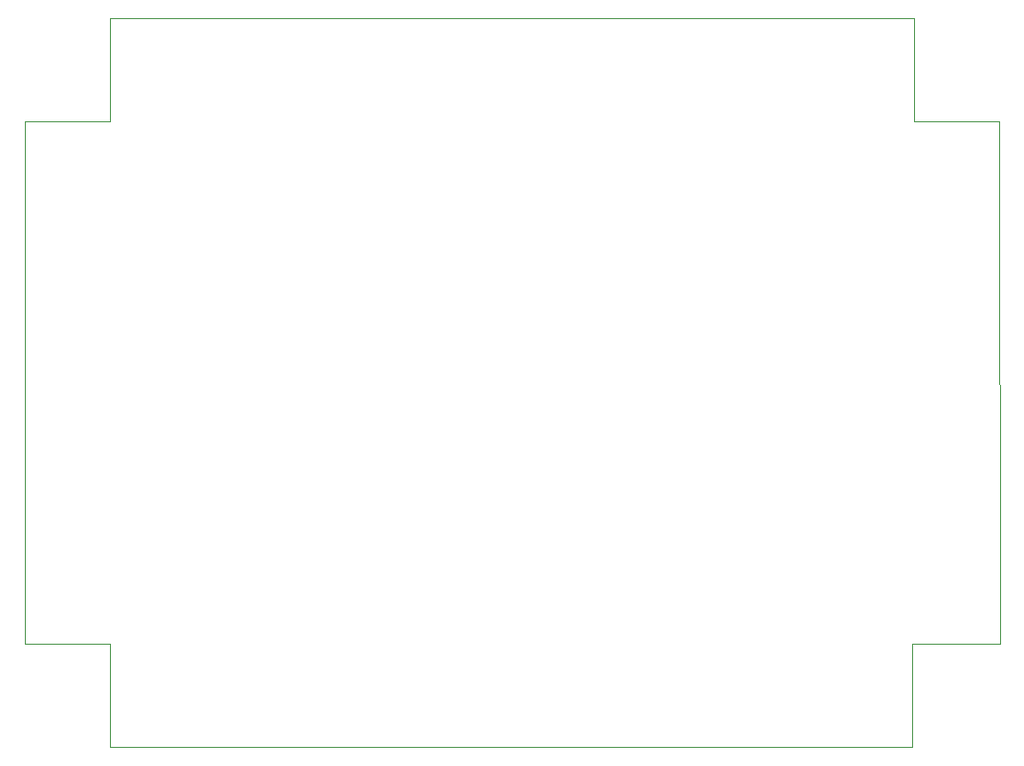
<source format=gm1>
%TF.GenerationSoftware,KiCad,Pcbnew,(5.1.6-0-10_14)*%
%TF.CreationDate,2022-07-24T23:06:08-05:00*%
%TF.ProjectId,spudglo_driver_v3p1,73707564-676c-46f5-9f64-72697665725f,rev?*%
%TF.SameCoordinates,Original*%
%TF.FileFunction,Profile,NP*%
%FSLAX46Y46*%
G04 Gerber Fmt 4.6, Leading zero omitted, Abs format (unit mm)*
G04 Created by KiCad (PCBNEW (5.1.6-0-10_14)) date 2022-07-24 23:06:08*
%MOMM*%
%LPD*%
G01*
G04 APERTURE LIST*
%TA.AperFunction,Profile*%
%ADD10C,0.100000*%
%TD*%
G04 APERTURE END LIST*
D10*
X129385700Y-135540000D02*
X129400000Y-126400000D01*
X121850000Y-126399220D02*
X129400000Y-126400000D01*
X200383100Y-126390000D02*
X200383100Y-135540000D01*
X200383100Y-126390000D02*
X208163000Y-126390000D01*
X129365400Y-80086200D02*
X129400000Y-70940000D01*
X200555200Y-70937800D02*
X200600000Y-80100000D01*
X200600000Y-80100000D02*
X208135100Y-80080780D01*
X121850000Y-80090000D02*
X129365400Y-80086200D01*
X121850000Y-126399220D02*
X121850000Y-80090000D01*
X200383100Y-135540000D02*
X129385700Y-135540000D01*
X129400000Y-70940000D02*
X200555200Y-70937800D01*
X208135100Y-80080780D02*
X208163000Y-126390000D01*
M02*

</source>
